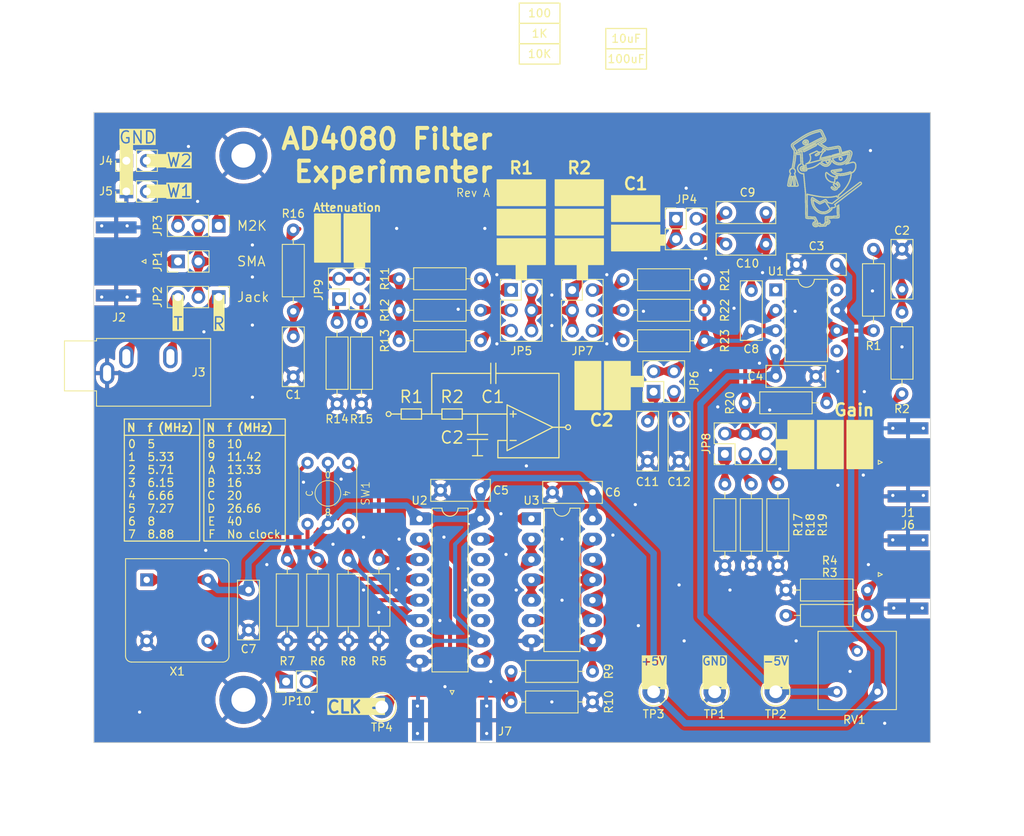
<source format=kicad_pcb>
(kicad_pcb (version 20240108) (generator "pcbnew") (generator_version "8.0")
  (layers (0 "F.Cu" signal) (31 "B.Cu" signal) (34 "B.Paste" user) (35 "F.Paste" user) (36 "B.SilkS" user "B.Silkscreen") (37 "F.SilkS" user "F.Silkscreen") (38 "B.Mask" user) (39 "F.Mask" user) (44 "Edge.Cuts" user))
  (net 0 "")
  (net 1 "Net-(C1-Pad1)")
  (net 2 "GND")
  (net 3 "/V-")
  (net 4 "Net-(J1-In)")
  (net 5 "Net-(JP5-Pad5)")
  (net 6 "Net-(JP8-Pad5)")
  (net 7 "Net-(U2-D0)")
  (net 8 "Net-(JP1-B)")
  (net 9 "Net-(U2-D1)")
  (net 10 "Net-(U2-D2)")
  (net 11 "Net-(U2-D3)")
  (net 12 "Net-(C11-Pad2)")
  (net 13 "Net-(JP5-Pad1)")
  (net 14 "Net-(JP5-Pad3)")
  (net 15 "Net-(JP8-Pad3)")
  (net 16 "Net-(JP8-Pad1)")
  (net 17 "Net-(JP7-Pad2)")
  (net 18 "Net-(JP7-Pad4)")
  (net 19 "Net-(JP7-Pad6)")
  (net 21 "Net-(U2-~{PE})")
  (net 22 "/CLK_1V8")
  (net 24 "Net-(JP10-B)")
  (net 25 "Net-(U2-TC)")
  (net 28 "Net-(U3-Pad11)")
  (net 29 "Net-(JP10-A)")
  (net 30 "Net-(JP4-Pad1)")
  (net 31 "VCC")
  (net 32 "Net-(J2-In)")
  (net 33 "Net-(J3-PadR)")
  (net 34 "Net-(J3-PadT)")
  (net 35 "Net-(J4-Pin_2)")
  (net 36 "Net-(U1A-V-)")
  (net 37 "Net-(U1A-V+)")
  (net 40 "Net-(C2-Pad1)")
  (net 41 "Net-(J5-Pin_2)")
  (net 42 "Net-(J6-In)")
  (net 43 "Net-(JP9-Pad1)")
  (net 44 "Net-(JP9-Pad3)")
  (net 45 "Net-(R3-Pad1)")
  (net 46 "Net-(R9-Pad2)")
  (net 47 "Net-(C10-Pad2)")
  (net 48 "Net-(C9-Pad1)")
  (net 49 "Net-(C10-Pad1)")
  (net 50 "Net-(C12-Pad2)")
  (footprint "Resistor_THT:R_Axial_DIN0207_L6.3mm_D2.5mm_P10.16mm_Horizontal" (layer "F.Cu") (at 105.41 73.024999 180)
    (property "Reference" "R23")
    (property "Value" "R_US")
  )
  (footprint "Connector_Coaxial:SMA_Amphenol_132289_EdgeMount" (layer "F.Cu") (at 130.8 102.2)
    (property "Reference" "J6")
    (property "Value" "Conn_Coaxial")
  )
  (footprint "Resistor_THT:R_Axial_DIN0207_L6.3mm_D2.5mm_P10.16mm_Horizontal" (layer "F.Cu") (at 105.41 69.214997 180)
    (property "Reference" "R22")
    (property "Value" "R_US")
  )
  (footprint "Resistor_THT:R_Axial_DIN0207_L6.3mm_D2.5mm_P10.16mm_Horizontal" (layer "F.Cu") (at 81.28 114.3)
    (property "Reference" "R9")
    (property "Value" "324")
  )
  (footprint "Resistor_THT:R_Axial_DIN0207_L6.3mm_D2.5mm_P10.16mm_Horizontal" (layer "F.Cu") (at 115.57 107.315)
    (property "Reference" "R3")
    (property "Value" "R_US")
  )
  (footprint "Connector_Audio:Jack_3.5mm_CUI_SJ1-3533NG_Horizontal" (layer "F.Cu") (at 30.871 77.062 90)
    (property "Reference" "J3")
    (property "Value" "AudioJack2_Ground")
  )
  (footprint "Capacitor_THT:C_Rect_L7.2mm_W2.5mm_P5.00mm_FKS2_FKP2_MKS2_MKP2" (layer "F.Cu") (at 77.47 91.694 180)
    (property "Reference" "C5")
    (property "Value" "0.1uF")
  )
  (footprint "TestPoint:TestPoint_Keystone_5005-5009_Compact" (layer "F.Cu") (at 65.151 118.745 180)
    (property "Reference" "TP4")
    (property "Value" "TestPoint")
  )
  (footprint "Resistor_THT:R_Axial_DIN0207_L6.3mm_D2.5mm_P10.16mm_Horizontal" (layer "F.Cu") (at 59.562997 80.899002 90)
    (property "Reference" "R14")
    (property "Value" "R_US")
  )
  (footprint "Resistor_THT:R_Axial_DIN0207_L6.3mm_D2.5mm_P10.16mm_Horizontal" (layer "F.Cu") (at 126.492 71.754999 90)
    (property "Reference" "R1")
    (property "Value" "R_US")
  )
  (footprint "Capacitor_THT:C_Rect_L7.2mm_W2.5mm_P5.00mm_FKS2_FKP2_MKS2_MKP2" (layer "F.Cu") (at 130.048 66.595999 90)
    (property "Reference" "C2")
    (property "Value" "C")
  )
  (footprint "Connector_PinHeader_2.54mm:PinHeader_2x02_P2.54mm_Vertical" (layer "F.Cu") (at 99.055 79.379999 90)
    (property "Reference" "JP6")
    (property "Value" "~")
  )
  (footprint "Resistor_THT:R_Axial_DIN0207_L6.3mm_D2.5mm_P10.16mm_Horizontal" (layer "F.Cu") (at 111.252 101.092 90)
    (property "Reference" "R18")
    (property "Value" "R_US")
  )
  (footprint "Capacitor_THT:C_Rect_L7.2mm_W2.5mm_P5.00mm_FKS2_FKP2_MKS2_MKP2" (layer "F.Cu") (at 119.3 77.47 180)
    (property "Reference" "C4")
    (property "Value" "1.0uF")
  )
  (footprint "Connector_Coaxial:SMA_Amphenol_132289_EdgeMount" (layer "F.Cu") (at 32.004 63.119 180)
    (property "Reference" "J2")
    (property "Value" "Conn_Coaxial")
  )
  (footprint "Resistor_THT:R_Axial_DIN0207_L6.3mm_D2.5mm_P10.16mm_Horizontal" (layer "F.Cu") (at 67.31 65.278)
    (property "Reference" "R11")
    (property "Value" "R_US")
  )
  (footprint "Resistor_THT:R_Axial_DIN0207_L6.3mm_D2.5mm_P10.16mm_Horizontal" (layer "F.Cu") (at 53.355 100.315001 -90)
    (property "Reference" "R7")
    (property "Value" "10k")
  )
  (footprint "TestPoint:TestPoint_Keystone_5005-5009_Compact" (layer "F.Cu") (at 106.68 116.84)
    (property "Reference" "TP1")
    (property "Value" "TestPoint")
  )
  (footprint "Resistor_THT:R_Axial_DIN0207_L6.3mm_D2.5mm_P10.16mm_Horizontal" (layer "F.Cu") (at 105.41 65.404997 180)
    (property "Reference" "R21")
    (property "Value" "R_US")
  )
  (footprint "Capacitor_THT:C_Rect_L7.2mm_W2.5mm_P5.00mm_FKS2_FKP2_MKS2_MKP2" (layer "F.Cu") (at 111.252 71.755 90)
    (property "Reference" "C8")
    (property "Value" "C")
  )
  (footprint "Resistor_THT:R_Axial_DIN0207_L6.3mm_D2.5mm_P10.16mm_Horizontal" (layer "F.Cu") (at 62.611 80.899 90)
    (property "Reference" "R15")
    (property "Value" "R_US")
  )
  (footprint "Capacitor_THT:C_Rect_L7.2mm_W2.5mm_P5.00mm_FKS2_FKP2_MKS2_MKP2" (layer "F.Cu") (at 91.44 91.948 180)
    (property "Reference" "C6")
    (property "Value" "0.1uF")
  )
  (footprint "Capacitor_THT:C_Rect_L7.2mm_W2.5mm_P5.00mm_FKS2_FKP2_MKS2_MKP2" (layer "F.Cu") (at 102.235 88.058 90)
    (property "Reference" "C12")
    (property "Value" "C")
  )
  (footprint "Resistor_THT:R_Axial_DIN0207_L6.3mm_D2.5mm_P10.16mm_Horizontal" (layer "F.Cu") (at 54.102 59.182 -90)
    (property "Reference" "R16")
    (property "Value" "R_US")
  )
  (footprint "Capacitor_THT:C_Rect_L7.2mm_W2.5mm_P5.00mm_FKS2_FKP2_MKS2_MKP2" (layer "F.Cu") (at 121.88 63.5 180)
    (property "Reference" "C3")
    (property "Value" "1.0uF")
  )
  (footprint "Resistor_THT:R_Axial_DIN0207_L6.3mm_D2.5mm_P10.16mm_Horizontal" (layer "F.Cu") (at 60.96 100.33 -90)
    (property "Reference" "R8")
    (property "Value" "10k")
  )
  (footprint "Connector_PinHeader_2.54mm:PinHeader_1x02_P2.54mm_Vertical" (layer "F.Cu") (at 53.208 115.57 90)
    (property "Reference" "JP10")
    (property "Value" "Jumper_2_Open")
  )
  (footprint "Resistor_THT:R_Axial_DIN0207_L6.3mm_D2.5mm_P10.16mm_Horizontal" (layer "F.Cu") (at 115.57 104.14)
    (property "Reference" "R4")
    (property "Value" "R_US")
  )
  (footprint "Resistor_THT:R_Axial_DIN0207_L6.3mm_D2.5mm_P10.16mm_Horizontal" (layer "F.Cu") (at 114.554 101.092 90)
    (property "Reference" "R19")
    (property "Value" "R_US")
  )
  (footprint "Connector_PinHeader_2.54mm:PinHeader_2x03_P2.54mm_Vertical" (layer "F.Cu") (at 88.895 66.689997)
    (property "Reference" "JP7")
    (property "Value" "~")
  )
  (footprint "Capacitor_THT:C_Rect_L7.2mm_W2.5mm_P5.00mm_FKS2_FKP2_MKS2_MKP2" (layer "F.Cu") (at 108.077 57.023)
    (property "Reference" "C9")
    (property "Value" "C")
  )
  (footprint "TestPoint:TestPoint_Keystone_5005-5009_Compact" (layer "F.Cu") (at 114.3 116.84)
    (property "Reference" "TP2")
    (property "Value" "TestPoint")
  )
  (footprint "Connector_PinHeader_2.54mm:PinHeader_1x02_P2.54mm_Vertical" (layer "F.Cu") (at 33.274 54.3845 90)
    (property "Reference" "J5")
    (property "Value" "Conn_02x01")
  )
  (footprint "Package_DIP:DIP-14_W7.62mm_LongPads" (layer "F.Cu") (at 83.81 95.25)
    (property "Reference" "U3")
    (property "Value" "74HC04")
  )
  (footprint "Connector_PinHeader_2.54mm:PinHeader_1x02_P2.54mm_Vertical" (layer "F.Cu") (at 33.274 50.546 90)
    (property "Reference" "J4")
    (property "Value" "Conn_02x01")
  )
  (footprint "Resistor_THT:R_Axial_DIN0207_L6.3mm_D2.5mm_P10.16mm_Horizontal" (layer "F.Cu") (at 57.15 100.33 -90)
    (property "Reference" "R6")
    (property "Value" "10k")
  )
  (footprint "MountingHole:MountingHole_3mm_Pad" (layer "F.Cu") (at 47.879 117.856)
    (property "Reference" "H2" (hide yes))
    (property "Value" "MountingHole_Pad")
  )
  (footprint "Resistor_THT:R_Axial_DIN0207_L6.3mm_D2.5mm_P10.16mm_Horizontal" (layer "F.Cu") (at 67.31 73.024997)
    (property "Reference" "R13")
    (property "Value" "R_US")
  )
  (footprint "Connector_PinHeader_2.54mm:PinHeader_2x02_P2.54mm_Vertical" (layer "F.Cu") (at 101.854 57.784999)
    (property "Reference" "JP4")
    (property "Value" "~")
  )
  (footprint "Connector_PinHeader_2.54mm:PinHeader_2x03_P2.54mm_Vertical" (layer "F.Cu") (at 107.95 87.148436 90)
    (property "Reference" "JP8")
    (property "Value" "~")
  )
  (footprint "Resistor_THT:R_Axial_DIN0207_L6.3mm_D2.5mm_P10.16mm_Horizontal" (layer "F.Cu") (at 91.44 118.11 180)
    (property "Reference" "R10")
    (property "Value" "182")
  )
  (footprint "Capacitor_THT:C_Rect_L7.2mm_W2.5mm_P5.00mm_FKS2_FKP2_MKS2_MKP2" (layer "F.Cu") (at 108.077 60.960001)
    (property "Reference" "C10")
    (property "Value" "C")
  )
  (footprint "Oscillator:Oscillator_DIP-8" (layer "F.Cu") (at 35.814 102.87 -90)
    (property "Reference" "X1")
    (property "Value" "CXO_DIP8")
  )
  (footprint "FTC2024:FD01KR16P" (layer "F.Cu") (at 58.42 92.075)
    (property "Reference" "SW1")
    (property "Value" "SW_Coded_SH-7050")
  )
  (footprint "M2k_Colorimeter:Proffessor" (layer "F.Cu") (at 120.1351 60.83805)
    (property "Reference" "REF**" (hide yes))
    (property "Value" "Proffessor")
  )
  (footprint "Capacitor_THT:C_Rect_L7.2mm_W2.5mm_P5.00mm_FKS2_FKP2_MKS2_MKP2" (layer "F.Cu") (at 54.102 72.517 -90)
    (property "Reference" "C1")
    (property "Value" "C")
  )
  (footprint "Connector_PinHeader_2.54mm:PinHeader_1x03_P2.54mm_Vertical" (layer "F.Cu") (at 44.802499 58.674 -90)
    (property "Reference" "JP3")
    (property "Value" "~")
  )
  (footprint "Connector_PinHeader_2.54mm:PinHeader_1x03_P2.54mm_Vertical" (layer "F.Cu") (at 44.8025 67.564 -90)
    (property "Reference" "JP2")
    (property "Value" "~")
  )
  (footprint "Package_DIP:DIP-8_W7.62mm" (layer "F.Cu") (at 114.3 66.674999)
    (property "Reference" "U1")
    (property "Value" "~")
  )
  (footprint "Connector_PinHeader_2.54mm:PinHeader_1x02_P2.54mm_Vertical" (layer "F.Cu") (at 39.722501 63.119 90)
    (property "Reference" "JP1")
    (property "Value" "Jumper_2_Open")
  )
  (footprint "Capacitor_THT:C_Rect_L7.2mm_W2.5mm_P5.00mm_FKS2_FKP2_MKS2_MKP2" (layer "F.Cu") (at 98.298 88.058 90)
    (property "Reference" "C11")
    (property "Value" "C")
  )
  (footprint "MountingHole:MountingHole_3mm_Pad" (layer "F.Cu") (at 47.879 49.911)
    (property "Reference" "H1" (hide yes))
    (property "Value" "MountingHole_Pad")
  )
  (footprint "Capacitor_THT:C_Rect_L7.2mm_W2.5mm_P5.00mm_FKS2_FKP2_MKS2_MKP2" (layer "F.Cu") (at 48.514 104.14 -90)
    (property "Reference" "C7")
    (property "Value" "0.1uF")
  )
  (footprint "Connector_Coaxial:SMA_Amphenol_132289_EdgeMount" (layer "F.Cu") (at 73.914 120.396 -90)
    (property "Reference" "J7")
    (property "Value" "Conn_Coaxial")
  )
  (footprint "Connector_Coaxial:SMA_Amphenol_132289_EdgeMount" (layer "F.Cu") (at 130.8 88.2)
    (property "Reference" "J1")
    (property "Value" "Conn_Coaxial")
  )
  (footprint "Resistor_THT:R_Axial_DIN0207_L6.3mm_D2.5mm_P10.16mm_Horizontal" (layer "F.Cu") (at 130.048 69.469 -90)
    (property "Reference" "R2")
    (property "Value" "R_US")
  )
  (footprint "Resistor_THT:R_Axial_DIN0207_L6.3mm_D2.5mm_P10.16mm_Horizontal" (layer "F.Cu") (at 120.65 80.772 180)
    (property "Reference" "R20")
    (property "Value" "R_US")
  )
  (footprint "Connector_PinHeader_2.54mm:PinHeader_2x02_P2.54mm_Vertical" (layer "F.Cu") (at 59.816998 67.818002 90)
    (property "Reference" "JP9")
    (property "Value" "~")
  )
  (footprint "TestPoint:TestPoint_Keystone_5005-5009_Compact" (layer "F.Cu") (at 99.06 116.84)
    (property "Reference" "TP3")
    (property "Value" "TestPoint")
  )
  (footprint "Potentiometer_THT:Potentiometer_Bourns_3386F_Vertical" (layer "F.Cu") (at 126.999999 116.84 90)
    (property "Reference" "RV1")
    (property "Value" "R_Potentiometer_US")
  )
  (footprint "Resistor_THT:R_Axial_DIN0207_L6.3mm_D2.5mm_P10.16mm_Horizontal" (layer "F.Cu") (at 64.785 100.315001 -90)
    (property "Reference" "R5")
    (property "Value" "10k")
  )
  (footprint "Connector_PinHeader_2.54mm:PinHeader_2x03_P2.54mm_Vertical" (layer "F.Cu") (at 81.28 66.674997)
    (property "Reference" "JP5")
    (property "Value" "~")
  )
  (footprint "Package_DIP:DIP-16_W7.62mm_LongPads" (layer "F.Cu") (at 69.85 95.25)
    (property "Reference" "U2")
    (property "Value" "74LS163")
  )
  (footprint "Resistor_THT:R_Axial_DIN0207_L6.3mm_D2.5mm_P10.16mm_Horizontal" (layer "F.Cu") (at 67.31 69.214997)
    (property "Reference" "R12")
    (property "Value" "R_US")
  )
  (footprint "Resistor_THT:R_Axial_DIN0207_L6.3mm_D2.5mm_P10.16mm_Horizontal" (layer "F.Cu") (at 107.950001 101.091999 90)
    (property "Reference" "R17")
    (property "Value" "R_US")
  )
  (gr_rect (start 82.296 33.401) (end 87.376 35.941) (stroke (width 0.15)) (fill none) (layer "F.SilkS"))
  (gr_line (start 72.644 81.534) (end 72.644 82.804) (stroke (width 0.15)) (layer "F.SilkS"))
  (gr_line (start 77.089 82.169) (end 77.089 84.709) (stroke (width 0.15)) (layer "F.SilkS"))
  (gr_rect (start 114.443401 85.370563) (end 117.618401 86.640563) (stroke (width 0.15)) (fill solid) (layer "F.SilkS"))
  (gr_rect (start 93.091 34.036) (end 98.171 36.576) (stroke (width 0.15)) (fill none) (layer "F.SilkS"))
  (gr_line (start 78.74 75.819) (end 78.74 78.359) (stroke (width 0.15)) (layer "F.SilkS"))
  (gr_line (start 81.534 81.788) (end 81.534 82.55) (stroke (width 0.15)) (layer "F.SilkS"))
  (gr_poly (pts (xy 98.552 61.087001) (xy 98.552 59.817) (xy 100.456999 59.817) (xy 100.457 61.087)) (stroke (width 0.15)) (fill solid) (layer "F.SilkS"))
  (gr_line (start 87.249 77.089) (end 79.375 77.089) (stroke (width 0.15)) (layer "F.SilkS"))
  (gr_rect (start 35.8775 49.784) (end 38.2905 51.308) (stroke (width 0.15)) (fill solid) (layer "F.SilkS"))
  (gr_rect (start 93.091 36.576) (end 98.171 39.116) (stroke (width 0.15)) (fill none) (layer "F.SilkS"))
  (gr_rect (start 95.885 77.47) (end 97.79 78.74) (stroke (width 0.15)) (fill solid) (layer "F.SilkS"))
  (gr_line (start 72.644 82.169) (end 71.374 82.169) (stroke (width 0.15)) (layer "F.SilkS"))
  (gr_rect (start 32.512 48.514) (end 34.036 54.737) (stroke (width 0.15)) (fill solid) (layer "F.SilkS"))
  (gr_line (start 80.772 82.169) (end 77.089 82.169) (stroke (width 0.15)) (layer "F.SilkS"))
  (gr_rect (start 123.19 82.979) (end 126.39 88.979) (stroke (width 0.15)) (fill solid) (layer "F.SilkS"))
  (gr_line (start 70.104 82.804) (end 70.104 82.169) (stroke (width 0.15)) (layer "F.SilkS"))
  (gr_rect (start 79.55 52.934) (end 85.55 56.134) (stroke (width 0.15)) (fill solid) (layer "F.SilkS"))
  (gr_rect (start 86.789 52.934) (end 92.789 56.134) (stroke (width 0.15)) (fill solid) (layer "F.SilkS"))
  (gr_line (start 86.487 83.82) (end 88.092 83.82) (stroke (width 0.15)) (layer "F.SilkS"))
  (gr_rect (start 89.256 75.613) (end 92.456 81.613) (stroke (width 0.15)) (fill solid) (layer "F.SilkS"))
  (gr_line (start 76.454 87.376) (end 77.724 87.376) (stroke (width 0.15)) (layer "F.SilkS"))
  (gr_line (start 71.374 77.089) (end 78.74 77.089) (stroke (width 0.15)) (layer "F.SilkS"))
  (gr_poly (pts (xy 59.968998 63.198002) (xy 56.768999 63.198002) (xy 56.768998 57.198002) (xy 59.968998 57.198002)) (stroke (width 0.15)) (fill solid) (layer "F.SilkS"))
  (gr_line (start 80.772 86.741) (end 86.487 83.82) (stroke (width 0.15)) (layer "F.SilkS"))
  (gr_rect (start 35.8775 53.594) (end 38.2905 55.118) (stroke (width 0.15)) (fill solid) (layer "F.SilkS"))
  (gr_line (start 71.374 82.169) (end 71.374 77.089) (stroke (width 0.15)) (layer "F.SilkS"))
  (gr_line (start 79.375 75.819) (end 79.375 78.359) (stroke (width 0.15)) (layer "F.SilkS"))
  (gr_line (start 72.644 82.804) (end 75.184 82.804) (stroke (width 0.15)) (layer "F.SilkS"))
  (gr_poly (pts (xy 62.991998 63.881002) (xy 61.721998 63.881002) (xy 61.721998 61.468003) (xy 62.991998 61.468002)) (stroke (width 0.15)) (fill solid) (layer "F.SilkS"))
  (gr_line (start 42.941 84.821) (end 53.101 84.821) (stroke (width 0.15)) (layer "F.SilkS"))
  (gr_line (start 86.487 83.82) (end 80.772 81.026) (stroke (width 0.15)) (layer "F.SilkS"))
  (gr_line (start 75.819 85.344) (end 78.359 85.344) (stroke (width 0.15)) (layer "F.SilkS"))
  (gr_poly (pts (xy 63.651999 63.198002) (xy 60.451998 63.198002) (xy 60.451998 57.198002) (xy 63.651998 57.198002)) (stroke (width 0.15)) (fill solid) (layer "F.SilkS"))
  (gr_line (start 79.629 85.471) (end 79.629 87.63) (stroke (width 0.15)) (layer "F.SilkS"))
  (gr_line (start 71.374 82.169) (end 70.104 82.169) (stroke (width 0.15)) (layer "F.SilkS"))
  (gr_line (start 67.564 81.534) (end 67.564 82.804) (stroke (width 0.15)) (layer "F.SilkS"))
  (gr_line (start 70.104 82.169) (end 70.104 81.534) (stroke (width 0.15)) (layer "F.SilkS"))
  (gr_line (start 75.184 81.534) (end 72.644 81.534) (stroke (width 0.15)) (layer "F.SilkS"))
  (gr_line (start 33.02 84.821) (end 42.418 84.821) (stroke (width 0.15)) (layer "F.SilkS"))
  (gr_rect (start 89.535 63.5) (end 90.805 65.405) (stroke (width 0.15)) (fill solid) (layer "F.SilkS"))
  (gr_rect (start 92.939 75.613) (end 96.139 81.613) (stroke (width 0.15)) (fill solid) (layer "F.SilkS"))
  (gr_line (start 87.249 83.82) (end 87.249 77.089) (stroke (width 0.15)) (layer "F.SilkS"))
  (gr_rect (start 93.822 54.915) (end 99.822 58.115) (stroke (width 0.15)) (fill solid) (layer "F.SilkS"))
  (gr_rect (start 33.02 82.789) (end 42.418 98.029) (stroke (width 0.15)) (fill none) (layer "F.SilkS"))
  (gr_line (start 67.564 82.804) (end 70.104 82.804) (stroke (width 0.15)) (layer "F.SilkS"))
  (gr_line (start 81.153 85.471) (end 81.915 85.471) (stroke (width 0.15)) (layer "F.SilkS"))
  (gr_line (start 75.184 82.804) (end 75.184 82.169) (stroke (width 0.15)) (layer "F.SilkS"))
  (gr_line (start 80.772 85.471) (end 79.629 85.471) (stroke (width 0.15)) (layer "F.SilkS"))
  (gr_rect (start 81.915 63.5) (end 83.185 65.405) (stroke (width 0.15)) (fill solid) (layer "F.SilkS"))
  (gr_rect (start 79.55 60.3) (end 85.55 63.5) (stroke (width 0.15)) (fill solid) (layer "F.SilkS"))
  (gr_line (start 77.089 85.344) (end 77.089 87.376) (stroke (width 0.15)) (layer "F.SilkS"))
  (gr_circle (center 88.392 83.82) (end 88.692 83.82) (stroke (width 0.15)) (fill none) (layer "F.SilkS"))
  (gr_poly (pts (xy 115.824 88.979) (xy 115.824 82.979) (xy 119.023999 82.979) (xy 119.024 88.979)) (stroke (width 0.15)) (fill solid) (layer "F.SilkS"))
  (gr_line (start 70.104 81.534) (end 67.564 81.534) (stroke (width 0.15)) (layer "F.SilkS"))
  (gr_line (start 77.089 82.169) (end 75.184 82.169) (stroke (width 0.15)) (layer "F.SilkS"))
  (gr_line (start 87.249 83.8485) (end 87.249 87.63) (stroke (width 0.15)) (layer "F.SilkS"))
  (gr_rect (start 86.789 56.617) (end 92.789 59.817) (stroke (width 0.15)) (fill solid) (layer "F.SilkS"))
  (gr_rect (start 82.296 35.941) (end 87.376 38.481) (stroke (width 0.15)) (fill none) (layer "F.SilkS"))
  (gr_line (start 81.153 82.169) (end 81.915 82.169) (stroke (width 0.15)) (layer "F.SilkS"))
  (gr_line (start 80.772 81.026) (end 80.772 86.741) (stroke (width 0.15)) (layer "F.SilkS"))
  (gr_line (start 75.184 82.169) (end 75.184 81.534) (stroke (width 0.15)) (layer "F.SilkS"))
  (gr_rect (start 119.507 82.979) (end 122.707 88.979) (stroke (width 0.15)) (fill solid) (layer "F.SilkS"))
  (gr_circle (center 65.994 82.169) (end 66.294 82.169) (stroke (width 0.15)) (fill none) (layer "F.SilkS"))
  (gr_rect (start 82.296 30.861) (end 87.376 33.401) (stroke (width 0.15)) (fill none) (layer "F.SilkS"))
  (gr_line (start 67.564 82.169) (end 66.294 82.169) (stroke (width 0.15)) (layer "F.SilkS"))
  (gr_line (start 75.819 84.709) (end 78.359 84.709) (stroke (width 0.15)) (layer "F.SilkS"))
  (gr_rect (start 93.822 58.598) (end 99.822 61.798) (stroke (width 0.15)) (fill solid) (layer "F.SilkS"))
  (gr_rect (start 42.941 82.789) (end 53.101 98.029) (stroke (width 0.15)) (fill none) (layer "F.SilkS"))
  (gr_line (start 79.629 87.63) (end 87.249 87.63) (stroke (width 0.15)) (layer "F.SilkS"))
  (gr_rect (start 86.789 60.3) (end 92.789 63.5) (stroke (width 0.15)) (fill solid) (layer "F.SilkS"))
  (gr_rect (start 79.55 56.617) (end 85.55 59.817) (stroke (width 0.15)) (fill solid) (layer "F.SilkS"))
  (gr_rect (start 29.21 44.521) (end 133.604 123.19) (stroke (width 0.1)) (fill none) (layer "Edge.Cuts"))
  (gr_text "W1" (at 39.878 54.356 0) (layer "F.SilkS" knockout) (effects (font (size 1.5 1.5) (thickness 0.1875))))
  (gr_text "R2" (at 73.914 80.899 0) (layer "F.SilkS") (effects (font (size 1.5 1.5) (thickness 0.1875)) (justify bottom)))
  (gr_text "0\n1\n2\n3\n4\n5\n6\n7" (at 34.544 85.329 0) (layer "F.SilkS") (effects (font (size 1 1)) (justify right top)))
  (gr_text "GND\n\n -" (at 106.68 116.84 0) (layer "F.SilkS" knockout) (effects (font (size 1 1) (thickness 0.175) (bold yes)) (justify bottom)))
  (gr_text "100" (at 84.836 32.131 0) (layer "F.SilkS") (effects (font (size 1 1))))
  (gr_text "CLK -" (at 65.786 118.745 0) (layer "F.SilkS" knockout) (effects (font (size 1.5 1.5) (thickness 0.3) (bold yes)) (justify right)))
  (gr_text "f (MHz)" (at 45.735 83.297 0) (layer "F.SilkS") (effects (font (size 1 1) (thickness 0.2) (bold yes)) (justify left top)))
  (gr_text "W2" (at 39.878 50.546 0) (layer "F.SilkS" knockout) (effects (font (size 1.5 1.5) (thickness 0.1875))))
  (gr_text "-5V\n\n -" (at 114.3 116.84 0) (layer "F.SilkS" knockout) (effects (font (size 1 1) (thickness 0.175)) (justify bottom)))
  (gr_text "R2" (at 89.789 52.324 0) (layer "F.SilkS") (effects (font (size 1.5 1.5) (thickness 0.3) (bold yes)) (justify bottom)))
  (gr_text "C2" (at 73.914 85.979 0) (layer "F.SilkS") (effects (font (size 1.5 1.5) (thickness 0.1875)) (justify bottom)))
  (gr_text "N" (at 44.465 83.297 0) (layer "F.SilkS") (effects (font (size 1 1) (thickness 0.2) (bold yes)) (justify right top)))
  (gr_text "Jack" (at 46.99 67.564 0) (layer "F.SilkS") (effects (font (size 1.2 1.2)) (justify left)))
  (gr_text "1K" (at 84.836 34.671 0) (layer "F.SilkS") (effects (font (size 1 1))))
  (gr_text "100uF" (at 95.631 37.846 0) (layer "F.SilkS") (effects (font (size 1 1))))
  (gr_text "C1" (at 96.822 54.305 0) (layer "F.SilkS") (effects (font (size 1.5 1.5) (thickness 0.3) (bold yes)) (justify bottom)))
  (gr_text "5\n5.33\n5.71\n6.15\n6.66\n7.27\n8\n8.88" (at 35.814 85.329 0) (layer "F.SilkS") (effects (font (size 1 1)) (justify left top)))
  (gr_text "SMA" (at 46.99 63.119 0) (layer "F.SilkS") (effects (font (size 1.2 1.2)) (justify left)))
  (gr_text "f (MHz)" (at 35.814 83.297 0) (layer "F.SilkS") (effects (font (size 1 1) (thickness 0.2) (bold yes)) (justify left top)))
  (gr_text "M2K" (at 46.99 58.674 0) (layer "F.SilkS") (effects (font (size 1.2 1.2)) (justify left)))
  (gr_text "R1" (at 82.55 52.324 0) (layer "F.SilkS") (effects (font (size 1.5 1.5) (thickness 0.3) (bold yes)) (justify bottom)))
  (gr_text "Attenuation" (at 60.833 56.388 0) (layer "F.SilkS") (effects (font (size 1 1) (thickness 0.2) (bold yes))))
  (gr_text "+5V\n \n -" (at 99.06 116.84 0) (layer "F.SilkS" knockout) (effects (font (size 1 1) (thickness 0.175)) (justify bottom)))
  (gr_text "R1" (at 68.834 80.899 0) (layer "F.SilkS") (effects (font (size 1.5 1.5) (thickness 0.1875)) (justify bottom)))
  (gr_text "`\nT" (at 39.722501 67.563 0) (layer "F.SilkS" knockout) (effects (font (size 1.5 1.5) (thickness 0.1875)) (justify top)))
  (gr_text "8\n9\nA\nB\nC\nD\nE\nF" (at 44.465 85.329 0) (layer "F.SilkS") (effects (font (size 1 1)) (justify right top)))
  (gr_text "N" (at 34.544 83.297 0) (layer "F.SilkS") (effects (font (size 1 1) (thickness 0.2) (bold yes)) (justify right top)))
  (gr_text "10K" (at 84.836 37.211 0) (layer "F.SilkS") (effects (font (size 1 1))))
  (gr_text "10uF" (at 95.631 35.306 0) (layer "F.SilkS") (effects (font (size 1 1))))
  (gr_text "C1" (at 78.994 80.899 0) (layer "F.SilkS") (effects (font (size 1.5 1.5) (thickness 0.1875)) (justify bottom)))
  (gr_text "AD4080 Filter\nExperimenter" (at 79.248 46.355 0) (layer "F.SilkS") (effects (font (size 2.54 2.54) (thickness 0.508) (bold yes)) (justify right top)))
  (gr_text "10\n11.42\n13.33\n16\n20\n26.66\n40\nNo clock" (at 45.735 85.329 0) (layer "F.SilkS") (effects (font (size 1 1)) (justify left top)))
  (gr_text "Gain" (at 126.746 81.661 0) (layer "F.SilkS") (effects (font (size 1.5 1.5) (thickness 0.3) (bold yes)) (justify right)))
  (gr_text "C2" (at 92.583 82.931 0) (layer "F.SilkS") (effects (font (size 1.5 1.5) (thickness 0.3) (bold yes))))
  (gr_text "GND" (at 32.258 48.514 0) (layer "F.SilkS" knockout) (effects (font (size 1.5 1.5) (thickness 0.1875)) (justify left bottom)))
  (gr_text "`\nR" (at 44.8025 67.564 0) (layer "F.SilkS" knockout) (effects (font (size 1.5 1.5) (thickness 0.1875)) (justify top)))
  (gr_text "Rev A" (at 78.74 53.975 0) (layer "F.SilkS") (effects (font (size 1 1) (thickness 0.125)) (justify right top)))
  (segment (start 59.816998 65.278002) (end 62.356998 65.278002) (width 0.5) (layer "F.Cu") (net 1))
  (segment (start 54.102 69.342) (end 54.102 72.517) (width 0.5) (layer "F.Cu") (net 1))
  (segment (start 67.31 69.214997) (end 67.31 65.404997) (width 0.5) (layer "F.Cu") (net 1))
  (segment (start 67.31 73.024997) (end 67.31 69.214997) (width 0.5) (layer "F.Cu") (net 1))
  (segment (start 59.816998 65.278002) (end 58.165998 65.278002) (width 0.5) (layer "F.Cu") (net 1))
  (segment (start 62.356998 65.278002) (end 67.309998 65.278002) (width 0.5) (layer "F.Cu") (net 1))
  (segment (start 58.165998 65.278002) (end 54.102 69.342) (width 0.5) (layer "F.Cu") (net 1))
  (via (at 126.365 66.802) (size 0.8) (drill 0.4) (layers "F.Cu" "B.Cu") (net 2))
  (via (at 93.218 73.406) (size 0.8) (drill 0.4) (layers "F.Cu" "B.Cu") (net 2))
  (via (at 50.8 100.965) (size 0.8) (drill 0.4) (layers "F.Cu" "B.Cu") (net 2))
  (via (at 34.925 119.38) (size 0.8) (drill 0.4) (layers "F.Cu" "B.Cu") (net 2))
  (via (at 79.502 64.77) (size 0.8) (drill 0.4) (layers "F.Cu" "B.Cu") (net 2))
  (via (at 79.502 73.406) (size 0.8) (drill 0.4) (layers "F.Cu" "B.Cu") (net 2))
  (via (at 86.36 118.11) (size 0.8) (drill 0.4) (layers "F.Cu" "B.Cu") (net 2))
  (via (at 33.3725 58.674) (size 0.8) (drill 0.4) (layers "F.Cu" "B.Cu") (net 2))
  (via (at 112.649 64.516) (size 0.8) (drill 0.4) (layers "F.Cu" "B.Cu") (net 2))
  (via (at 108.585 104.14) (size 0.8) (drill 0.4) (layers "F.Cu" "B.Cu") (net 2))
  (via (at 78.74 115.57) (size 0.8) (drill 0.4) (layers "F.Cu" "B.Cu") (net 2))
  (via (at 87.63 105.41) (size 0.8) (drill 0.4) (layers "F.Cu" "B.Cu") (net 2))
  (via (at 128.905 83.947) (size 0.8) (drill 0.4) (layers "F.Cu" "B.Cu") (net 2))
  (via (at 49 80.064) (size 0.8) (drill 0.4) (layers "F.Cu" "B.Cu") (net 2))
  (via (at 49 65.064) (size 0.8) (drill 0.4) (layers "F.Cu" "B.Cu") (net 2))
  (via (at 59.055 98.425) (size 0.8) (drill 0.4) (layers "F.Cu" "B.Cu") (net 2))
  (via (at 122.047 91.059) (size 0.8) (drill 0.4) (layers "F.Cu" "B.Cu") (net 2))
  (via (at 112.268 75.819) (size 0.8) (drill 0.4) (layers "F.Cu" "B.Cu") (net 2))
  (via (at 97.79 69.342) (size 0.8) (drill 0.4) (layers "F.Cu" "B.Cu") (net 2))
  (via (at 62.865 97.536) (size 0.8) (drill 0.4) (layers "F.Cu" "B.Cu") (net 2))
  (via (at 67.183 101.473) (size 0.8) (drill 0.4) (layers "F.Cu" "B.Cu") (net 2))
  (via (at 80.645 99.695) (size 0.8) (drill 0.4) (layers "F.Cu" "B.Cu") (net 2))
  (via (at 97.155 108.585) (size 0.8) (drill 0.4) (layers "F.Cu" "B.Cu") (net 2))
  (via (at 72.39 107.95) (size 0.8) (drill 0.4) (layers "F.Cu" "B.Cu") (net 2))
  (via (at 132.705 97.882) (size 0.8) (drill 0.4) (layers "F.Cu" "B.Cu") (net 2))
  (via (at 42.949397 71.905397) (size 0.8) (drill 0.4) (layers "F.Cu" "B.Cu") (net 2))
  (via (at 96.774 93.472) (size 0.8) (drill 0.4) (layers "F.Cu" "B.Cu") (net 2))
  (via (at 30.1975 58.674) (size 0.8) (drill 0.4) (layers "F.Cu" "B.Cu") (net 2))
  (via (at 116.713 69.342) (size 0.8) (drill 0.4) (layers "F.Cu" "B.Cu") (net 2))
  (via (at 105.537 62.738) (size 0.8) (drill 0.4) (layers "F.Cu" "B.Cu") (net 2))
  (via (at 122.047 76.835) (size 0.8) (drill 0.4) (layers "F.Cu" "B.Cu") (net 2))
  (via (at 60.071 90.297) (size 0.8) (drill 0.4) (layers "F.Cu" "B.Cu") (net 2))
  (via (at 125.222 89.789) (size 0.8) (drill 0.4) (layers "F.Cu" "B.Cu") (net 2))
  (via (at 69.596 122.047) (size 0.8) (drill 0.4) (layers "F.Cu" "B.Cu") (net 2))
  (via (at 33.3725 67.564) (size 0.8) (drill 0.4) (layers "F.Cu" "B.Cu") (net 2))
  (via (at 78 59) (size 0.8) (drill 0.4) (layers "F.Cu" "B.Cu") (net 2))
  (via (at 66.929 104.14) (size 0.8) (drill 0.4) (layers "F.Cu" "B.Cu") (net 2))
  (via (at 109.093 68.961) (size 0.8) (drill 0.4) (layers "F.Cu" "B.Cu") (net 2))
  (via (at 49 71.064) (size 0.8) (drill 0.4) (layers "F.Cu" "B.Cu") (net 2))
  (via (at 126.111 49.276) (size 0.8) (drill 0.4) (layers "F.Cu" "B.Cu") (net 2))
  (via (at 128.895 97.882) (size 0.8) (drill 0.4) (layers "F.Cu" "B.Cu") (net 2))
  (via (at 86.36 71.12) (size 0.8) (drill 0.4) (layers "F.Cu" "B.Cu") (net 2))
  (via (at 128.905 92.329) (size 0.8) (drill 0.4) (layers "F.Cu" "B.Cu") (net 2))
  (via (at 78.232 118.618) (size 0.8) (drill 0.4) (layers "F.Cu" "B.Cu") (net 2))
  (via (at 113.538 81.661) (size 0.8) (drill 0.4) (layers "F.Cu" "B.Cu") (net 2))
  (via (at 67.31 97.79) (size 0.8) (drill 0.4) (layers "F.Cu" "B.Cu") (net 2))
  (via (at 132.715 92.329) (size 0.8) (drill 0.4) (layers "F.Cu" "B.Cu") (net 2))
  (via (at 72.898 97.536) (size 0.8) (drill 0.4) (layers "F.Cu" "B.Cu") (net 2))
  (via (at 102.235 103.505) (size 0.8) (drill 0.4) (layers "F.Cu" "B.Cu") (net 2))
  (via (at 43.18 99.187) (size 0.8) (drill 0.4) (layers "F.Cu" "B.Cu") (net 2))
  (via (at 69.596 118.618) (size 0.8) (drill 0.4) (layers "F.Cu" "B.Cu") (net 2))
  (via (at 93.218 64.77) (size 0.8) (drill 0.4) (layers "F.Cu" "B.Cu") (net 2))
  (via (at 114.808 89.027) (size 0.8) (drill 0.4) (layers "F.Cu" "B.Cu") (net 2))
  (via (at 81.915 104.14) (size 0.8) (drill 0.4) (layers "F.Cu" "B.Cu") (net 2))
  (via (at 87.63 97.79) (size 0.8) (drill 0.4) (layers "F.Cu" "B.Cu") (net 2))
  (via (at 86.36 67.31) (size 0.8) (drill 0.4) (layers "F.Cu" "B.Cu") (net 2))
  (via (at 30.1975 67.564) (size 0.8) (drill 0.4) (layers "F.Cu" "B.Cu") (net 2))
  (via (at 55.372 90.678) (size 0.8) (drill 0.4) (layers "F.Cu" "B.Cu") (net 2))
  (via (at 116.84 110.49) (size 0.8) (drill 0.4) (layers "F.Cu" "B.Cu") (net 2))
  (via (at 93.98 97.282) (size 0.8) (drill 0.4) (layers "F.Cu" "B.Cu") (net 2))
  (via (at 103.124 53.975) (size 0.8) (drill 0.4) (layers "F.Cu" "B.Cu") (net 2))
  (via (at 67 59) (size 0.8) (drill 0.4) (layers "F.Cu" "B.Cu") (net 2))
  (via (at 80.01 94.615) (size 0.8) (drill 0.4) (layers "F.Cu" "B.Cu") (net 2))
  (via (at 125.857 100.965) (size 0.8) (drill 0.4) (layers "F.Cu" "B.Cu") (net 2))
  (via (at 132.715 83.947) (size 0.8) (drill 0.4) (layers "F.Cu" "B.Cu") (net 2))
  (via (at 107.061 81.28) (size 0.8) (drill 0.4) (layers "F.Cu" "B.Cu") (net 2))
  (via (at 102.87 110.49) (size 0.8) (drill 0.4) (layers "F.Cu" "B.Cu") (net 2))
  (via (at 106.172 76.708) (size 0.8) (drill 0.4) (layers "F.Cu" "B.Cu") (net 2))
  (via (at 130.048 73.787) (size 0.8) (drill 0.4) (layers "F.Cu" "B.Cu") (net 2))
  (via (at 78.232 122.047) (size 0.8) (drill 0.4) (layers "F.Cu" "B.Cu") (net 2))
  (via (at 123.571 114.3) (size 0.8) (drill 0.4) (layers "F.Cu" "B.Cu") (net 2))
  (via (at 41.021 48.768) (size 0.8) (drill 0.4) (layers "F.Cu" "B.Cu") (net 2))
  (via (at 125.349 79.375) (size 0.8) (drill 0.4) (layers "F.Cu" "B.Cu") (net 2))
  (via (at 42.164 55.626) (size 0.8) (drill 0.4) (layers "F.Cu" "B.Cu") (net 2))
  (via (at 49 61.064) (size 0.8) (drill 0.4) (layers "F.Cu" "B.Cu") (net 2))
  (via (at 127.889 120.777) (size 0.8) (drill 0.4) (layers "F.Cu" "B.Cu") (net 2))
  (via (at 83.185 88.646) (size 0.8) (drill 0.4) (layers "F.Cu" "B.Cu") (net 2))
  (via (at 73.025 116.205) (size 0.8) (drill 0.4) (layers "F.Cu" "B.Cu") (net 2))
  (via (at 132.578 106.391) (size 0.8) (drill 0.4) (layers "F.Cu" "B.Cu") (net 2))
  (via (at 64.77 106.934) (size 0.8) (drill 0.4) (layers "F.Cu" "B.Cu") (net 2))
  (via (at 74.676 69.088) (size 0.8) (drill 0.4) (layers "F.Cu" "B.Cu") (net 2))
  (via (at 56.515 119.38) (size 0.8) (drill 0.4) (layers "F.Cu" "B.Cu") (net 2))
  (via (at 129.022 106.391) (size 0.8) (drill 0.4) (layers "F.Cu" "B.Cu") (net 2))
  (via (at 75.565 104.14) (size 0.8) (drill 0.4) (layers "F.Cu" "B.Cu") (net 2))
  (via (at 62.865 104.14) (size 0.8) (drill 0.4) (layers "F.Cu" "B.Cu") (net 2))
  (segment (start 114.3 77.47) (end 114.3 74.294999) (width 0.8) (layer "B.Cu") (net 3))
  (segment (start 108.331 77.47) (end 114.3 77.47) (width 0.8) (layer "B.Cu") (net 3))
  (segment (start 114.3 116.84) (end 121.92 116.84) (width 0.8) (layer "B.Cu") (net 3))
  (segment (start 104.902 80.899) (end 108.331 77.47) (width 0.8) (layer "B.Cu") (net 3))
  (segment (start 114.3 116.84) (end 104.902 107.442) (width 0.8) (layer "B.Cu") (net 3))
  (segment (start 104.902 107.442) (end 104.902 80.899) (width 0.8) (layer "B.Cu") (net 3))
  (segment (start 130.048 79.629) (end 127.127 82.55) (width 0.5) (layer "F.Cu") (net 4))
  (segment (start 127.127 82.55) (end 127.127 86.487) (width 0.5) (layer "F.Cu") (net 4))
  (segment (start 127.127 86.487) (end 128.810004 88.170004) (width 0.5) (layer "F.Cu") (net 4))
  (segment (start 77.47 73.025) (end 78.740003 71.754997) (width 0.5) (layer "F.Cu") (net 5))
  (segment (start 78.740003 71.754997) (end 81.28 71.754997) (width 0.5) (layer "F.Cu") (net 5))
  (segment (start 113.03 87.148436) (end 113.03 89.408) (width 0.5) (layer "F.Cu") (net 6))
  (segment (start 113.03 89.408) (end 114.554 90.932) (width 0.5) (layer "F.Cu") (net 6))
  (segment (start 60.96 88.392) (end 64.785 92.217) (width 0.5) (layer "F.Cu") (net 7))
  (segment (start 64.785 92.217) (end 64.785 100.315001) (width 0.5) (layer "F.Cu") (net 7))
  (segment (start 64.8 100.33) (end 69.85 100.33) (width 0.5) (layer "F.Cu") (net 7))
  (segment (start 42.262501 63.119) (end 50.8 63.119) (width 0.5) (layer "F.Cu") (net 8))
  (segment (start 50.8 63.119) (end 54.864 59.055) (width 0.5) (layer "F.Cu") (net 8))
  (segment (start 42.2625 67.564) (end 42.2625 63.119) (width 0.5) (layer "F.Cu") (net 8))
  (segment (start 42.2625 63.119) (end 42.2625 58.688999) (width 0.5) (layer "F.Cu") (net 8))
  (segment (start 57.15 100.33) (end 59.556103 102.736103) (width 0.5) (layer "F.Cu") (net 9))
  (segment (start 55.88 99.06) (end 57.15 100.33) (width 0.5) (layer "F.Cu") (net 9))
  (segment (start 69.716103 102.736103) (end 69.85 102.87) (width 0.5) (layer "F.Cu") (net 9))
  (segment (start 59.556103 102.736103) (end 69.716103 102.736103) (width 0.5) (layer "F.Cu") (net 9))
  (segment (start 55.88 95.885) (end 55.88 99.06) (width 0.5) (layer "F.Cu") (net 9))
  (segment (start 53.355 100.315001) (end 58.449999 105.41) (width 0.5) (layer "F.Cu") (net 10))
  (segment (start 53.355 100.315001) (end 53.355 90.79) (width 0.5) (layer "F.Cu") (net 10))
  (segment (start 58.449999 105.41) (end 69.85 105.41) (width 0.5) (layer "F.Cu") (net 10))
  (segment (start 53.355 90.79) (end 55.88 88.265) (width 0.5) (layer "F.Cu") (net 10))
  (segment (start 60.96 100.3) (end 60.975 100.315) (width 0.5) (layer "F.Cu") (net 11))
  (segment (start 60.96 95.885) (end 60.96 100.33) (width 0.5) (layer "F.Cu") (net 11))
  (segment (start 60.96 100.33) (end 68.58 107.95) (width 0.5) (layer "B.Cu") (net 11))
  (segment (start 68.58 107.95) (end 69.85 107.95) (width 0.5) (layer "B.Cu") (net 11))
  (segment (start 98.298 83.058) (end 99.055 82.301) (width 0.5) (layer "F.Cu") (net 12))
  (segment (start 99.055 82.301) (end 99.055 79.379999) (width 0.5) (layer "F.Cu") (net 12))
  (segment (start 78.739997 66.674997) (end 81.28 66.674997) (width 0.5) (layer "F.Cu") (net 13))
  (segment (start 77.47 65.405) (end 78.739997 66.674997) (width 0.5) (layer "F.Cu") (net 13))
  (segment (start 78.105 69.215) (end 78.74 69.215) (width 0.5) (layer "F.Cu") (net 14))
  (segment (start 78.740003 69.214997) (end 81.28 69.214997) (width 0.5) (layer "F.Cu") (net 14))
  (segment (start 78.74 69.215) (end 78.740003 69.214997) (width 0.5) (layer "F.Cu") (net 14))
  (segment (start 110.49 90.17) (end 111.252 90.932) (width 0.5) (layer "F.Cu") (net 15))
  (segment (start 110.49 87.148436) (end 110.49 90.17) (width 0.5) (layer "F.Cu") (net 15))
  (segment (start 107.950001 87.148437) (end 107.95 87.148436) (width 0.5) (layer "F.Cu") (net 16))
  (segment (start 107.950001 90.931999) (end 107.950001 87.148437) (width 0.5) (layer "F.Cu") (net 16))
  (segment (start 93.965003 66.689997) (end 91.435 66.689997) (width 0.5) (layer "F.Cu") (net 17))
  (segment (start 95.25 65.405) (end 93.965003 66.689997) (width 0.5) (layer "F.Cu") (net 17))
  (segment (start 91.44 69.215) (end 92.075 69.215) (width 0.5) (layer "F.Cu") (net 18))
  (segment (start 92.075003 69.214997) (end 95.25 69.214997) (width 0.5) (layer "F.Cu") (net 18))
  (segment (start 92.075 69.215) (end 92.075003 69.214997) (width 0.5) (layer "F.Cu") (net 18))
  (segment (start 95.25 73.025) (end 93.994997 71.769997) (width 0.5) (layer "F.Cu") (net 19))
  (segment (start 93.994997 71.769997) (end 91.435 71.769997) (width 0.5) (layer "F.Cu") (net 19))
  (segment (start 83.81 97.79) (end 83.81 100.329999) (width 0.5) (layer "F.Cu") (net 21))
  (segment (start 80.645 103.494999) (end 83.81 100.329999) (width 0.5) (layer "F.Cu") (net 21))
  (segment (start 80.645 109.855) (end 80.645 103.494999) (width 0.5) (layer "F.Cu") (net 21))
  (segment (start 77.47 113.03) (end 80.645 109.855) (width 0.5) (layer "F.Cu") (net 21))
  (segment (start 81.28 114.3) (end 81.28 118.11) (width 0.5) (layer "F.Cu") (net 22))
  (segment (start 66.675 117.221) (end 72.517 117.221) (width 0.5) (layer "F.Cu") (net 22))
  (segment (start 80.480001 117.310001) (end 75.221999 117.310001) (width 0.5) (layer "F.Cu") (net 22))
  (segment (start 73.914 118.618) (end 73.914 120.396) (width 0.5) (layer "F.Cu") (net 22))
  (segment (start 65.151 118.745) (end 66.675 117.221) (width 0.5) (layer "F.Cu") (net 22))
  (segment (start 72.517 117.221) (end 73.914 118.618) (width 0.5) (layer "F.Cu") (net 22))
  (segment (start 81.28 118.11) (end 80.480001 117.310001) (width 0.5) (layer "F.Cu") (net 22))
  (segment (start 75.221999 117.310001) (end 73.914 118.618) (width 0.5) (layer "F.Cu") (net 22))
  (segment (start 55.875 115.443) (end 71.247 115.443) (width 0.5) (layer "F.Cu") (net 24))
  (segment (start 55.748 115.57) (end 55.875 115.443) (width 0.5) (layer "F.Cu") (net 24))
  (segment (start 71.247 115.443) (end 73.66 113.03) (width 0.5) (layer "F.Cu") (net 24))
  (segment (start 73.66 101.6) (end 69.85 97.79) (width 0.5) (layer "F.Cu") (net 24))
  (segment (start 73.66 113.03) (end 73.66 101.6) (width 0.5) (layer "F.Cu") (net 24))
  (segment (start 81.915 95.25) (end 79.375 97.79) (width 0.5) (layer "F.Cu") (net 25))
  (segment (start 83.81 95.25) (end 81.915 95.25) (width 0.5) (layer "F.Cu") (net 25))
  (segment (start 79.375 97.79) (end 77.47 97.79) (width 0.5) (layer "F.Cu") (net 25))
  (segment (start 91.43 97.79) (end 89.78 99.44) (width 0.5) (layer "F.Cu") (net 28))
  (segment (start 89.78 99.44) (end 89.78 101.22) (width 0.5) (layer "F.Cu") (net 28))
  (segment (start 83.81 102.87) (end 91.43 102.87) (width 0.5) (layer "F.Cu") (net 28))
  (segment (start 83.81 105.41) (end 83.81 102.87) (width 0.5) (layer "F.Cu") (net 28))
  (segment (start 89.78 104.52) (end 89.78 106.3) (width 0.5) (layer "F.Cu") (net 28))
  (segment (start 91.43 102.87) (end 89.78 104.52) (width 0.5) (layer "F.Cu") (net 28))
  (segment (start 89.78 101.22) (end 91.43 102.87) (width 0.5) (layer "F.Cu") (net 28))
  (segment (start 89.78 106.3) (end 91.43 107.95) (width 0.5) (layer "F.Cu") (net 28))
  (segment (start 50.668 113.03) (end 53.208 115.57) (width 0.5) (layer "F.Cu") (net 29))
  (segment (start 43.434 110.49) (end 45.974 113.03) (width 0.5) (layer "F.Cu") (net 29))
  (segment (start 45.974 113.03) (end 50.668 113.03) (width 0.5) (layer "F.Cu") (net 29))
  (segment (start 88.895 69.229997) (end 88.895 66.689997) (width 0.5) (layer "F.Cu") (net 30))
  (segment (start 83.82 69.215) (end 84.455 69.215) (width 0.5) (layer "F.Cu") (net 30))
  (segment (start 99.313999 62.865) (end 92.719998 62.865) (width 0.5) (layer "F.Cu") (net 30))
  (segment (start 83.82 69.214997) (end 83.82 66.674997) (width 0.5) (layer "F.Cu") (net 30))
  (segment (start 84.455 69.215) (end 84.469997 69.229997) (width 0.5) (layer "F.Cu") (net 30))
  (segment (start 83.82 71.754997) (end 83.82 69.214997) (width 0.5) (layer "F.Cu") (net 30))
  (segment (start 101.854 57.784999) (end 101.854 60.324999) (width 0.5) (layer "F.Cu") (net 30))
  (segment (start 88.895 71.769996) (end 88.895 69.229997) (width 0.5) (layer "F.Cu") (net 30))
  (segment (start 92.587999 62.996999) (end 92.719998 62.865) (width 0.5) (layer "F.Cu") (net 30))
  (segment (start 84.469997 69.229997) (end 88.895 69.229997) (width 0.5) (layer "F.Cu") (net 30))
  (segment (start 101.854 60.324999) (end 99.313999 62.865) (width 0.5) (layer "F.Cu") (net 30))
  (segment (start 92.587999 62.996999) (end 88.895 66.689997) (width 0.5) (layer "F.Cu") (net 30))
  (segment (start 35.814 102.87) (end 43.434 102.87) (width 0.5) (layer "F.Cu") (net 31))
  (segment (start 99.06 99.568) (end 99.06 116.84) (width 0.8) (layer "B.Cu") (net 31))
  (segment (start 60.706 93.599) (end 68.199 93.599) (width 0.8) (layer "B.Cu") (net 31))
  (segment (start 123.062999 120.777) (end 126.999999 116.84) (width 0.8) (layer "B.Cu") (net 31))
  (segment (start 51.054 98.171) (end 56.134 98.171) (width 0.8) (layer "B.Cu") (net 31))
  (segment (start 123.444 65.064) (end 121.88 63.5) (width 0.8) (layer "B.Cu") (net 31))
  (segment (start 77.47 95.25) (end 74.295 98.425) (width 0.5) (layer "B.Cu") (net 31))
  (segment (start 48.514 104.14) (end 44.704 104.14) (width 0.8) (layer "B.Cu") (net 31))
  (segment (start 126.999999 116.84) (end 126.999999 111.505999) (width 0.8) (layer "B.Cu") (net 31))
  (segment (start 102.997 120.777) (end 123.062999 120.777) (width 0.8) (layer "B.Cu") (net 31))
  (segment (start 69.85 95.25) (end 77.47 95.25) (width 0.8) (layer "B.Cu") (net 31))
  (segment (start 58.42 95.885) (end 60.706 93.599) (width 0.8) (layer "B.Cu") (net 31))
  (segment (start 44.704 104.14) (end 43.434 102.87) (width 0.8) (layer "B.Cu") (net 31))
  (segment (start 68.199 93.599) (end 69.85 95.25) (width 0.8) (layer "B.Cu") (net 31))
  (segment (start 58.42 95.885) (end 58.42 88.265) (width 0.5) (layer "B.Cu") (net 31))
  (segment (start 99.06 116.84) (end 102.997 120.777) (width 0.8) (layer "B.Cu") (net 31))
  (segment (start 123.444 67.690999) (end 123.444 65.064) (width 0.8) (layer "B.Cu") (net 31))
  (segment (start 89.662 90.17) (end 78.994 90.17) (width 0.8) (layer "B.Cu") (net 31))
  (segment (start 77.47 91.694) (end 77.47 95.25) (width 0.8) (layer "B.Cu") (net 31))
  (segment (start 91.44 91.948) (end 89.662 90.17) (width 0.8) (layer "B.Cu") (net 31))
  (segment (start 56.134 98.171) (end 58.42 95.885) (width 0.8) (layer "B.Cu") (net 31))
  (segment (start 74.295 98.425) (end 74.295 107.315) (width 0.5) (layer "B.Cu") (net 31))
  (segment (start 123.698 70.992999) (end 123.698 108.204) (width 0.8) (layer "B.Cu") (net 31))
  (segment (start 74.295 107.315) (end 77.47 110.49) (width 0.5) (layer "B.Cu") (net 31))
  (segment (start 91.44 91.948) (end 99.06 99.568) (width 0.8) (layer "B.Cu") (net 31))
  (segment (start 121.92 69.214999) (end 123.444 67.690999) (width 0.8) (layer "B.Cu") (net 31))
  (segment (start 78.994 90.17) (end 77.47 91.694) (width 0.8) (layer "B.Cu") (net 31))
  (segment (start 69.85 110.49) (end 77.47 110.49) (width 0.5) (layer "B.Cu") (net 31))
  (segment (start 126.999999 111.505999) (end 123.698 108.204) (width 0.8) (layer "B.Cu") (net 31))
  (segment (start 48.514 100.711) (end 51.054 98.171) (width 0.8) (layer "B.Cu") (net 31))
  (segment (start 91.44 91.948) (end 91.44 95.24) (width 0.8) (layer "B.Cu") (net 31))
  (segment (start 121.92 69.214999) (end 123.698 70.992999) (width 0.8) (layer "B.Cu") (net 31))
  (segment (start 48.514 104.14) (end 48.514 100.711) (width 0.8) (layer "B.Cu") (net 31))
  (segment (start 39.722501 63.119) (end 31.75 63.119) (width 0.5) (layer "F.Cu") (net 32))
  (segment (start 38.771 75.062) (end 38.771 73.5955) (width 0.5) (layer "F.Cu") (net 33))
  (segment (start 44.8025 67.564) (end 44.8025 68.2275) (width 0.5) (layer "F.Cu") (net 33))
  (segment (start 38.771 73.5955) (end 44.8025 67.564) (width 0.5) (layer "F.Cu") (net 33))
  (segment (start 39.7225 67.564) (end 33.271 74.0155) (width 0.5) (layer "F.Cu") (net 34))
  (segment (start 35.814 50.546) (end 40.386 50.546) (width 0.5) (layer "F.Cu") (net 35))
  (segment (start 40.386 50.546) (end 44.802499 54.962499) (width 0.5) (layer "F.Cu") (net 35))
  (segment (start 44.802499 54.962499) (end 44.802499 58.674) (width 0.5) (layer "F.Cu") (net 35))
  (segment (start 110.49 75.565) (end 110.49 80.772) (width 0.5) (layer "F.Cu") (net 36))
  (segment (start 110.49 84.608436) (end 110.49 80.772) (width 0.5) (layer "F.Cu") (net 36))
  (segment (start 114.3 69.214999) (end 112.776 70.738999) (width 0.5) (layer "F.Cu") (net 36))
  (segment (start 107.95 84.608436) (end 110.49 84.608436) (width 0.5) (layer "F.Cu") (net 36))
  (segment (start 112.776 73.279) (end 110.49 75.565) (width 0.5) (layer "F.Cu") (net 36))
  (segment (start 110.49 84.608436) (end 113.03 84.608436) (width 0.5) (layer "F.Cu") (net 36))
  (segment (start 112.776 70.738999) (end 112.776 73.279) (width 0.5) (layer "F.Cu") (net 36))
  (segment (start 100.334999 76.839999) (end 101.595 76.839999) (width 0.5) (layer "F.Cu") (net 37))
  (segment (start 100.33 76.835) (end 100.334999 76.839999) (width 0.5) (layer "F.Cu") (net 37))
  (segment (start 99.06 76.835) (end 100.33 76.835) (width 0.5) (layer "F.Cu") (net 37))
  (segment (start 105.41 65.405) (end 105.41 73.024999) (width 0.5) (layer "F.Cu") (net 37))
  (segment (start 105.409999 73.025) (end 101.595 76.839999) (width 0.5) (layer "F.Cu") (net 37))
  (segment (start 109.982001 73.024999) (end 111.252 71.755) (width 0.5) (layer "B.Cu") (net 37))
  (segment (start 105.41 73.024999) (end 109.982001 73.024999) (width 0.5) (layer "B.Cu") (net 37))
  (segment (start 111.252 71.755) (end 114.299999 71.755) (width 0.5) (layer "B.Cu") (net 37))
  (segment (start 114.299999 71.755) (end 114.3 71.754999) (width 0.5) (layer "B.Cu") (net 37))
  (segment (start 130.048 69.469) (end 130.048 66.595999) (width 0.5) (layer "F.Cu") (net 40))
  (segment (start 130.048 66.595999) (end 130.048 65.150999) (width 0.5) (layer "F.Cu") (net 40))
  (segment (start 130.048 65.150999) (end 126.492 61.594999) (width 0.5) (layer "F.Cu") (net 40))
  (segment (start 37.3665 54.3845) (end 39.722499 56.740499) (width 0.5) (layer "F.Cu") (net 41))
  (segment (start 39.722499 56.740499) (end 39.722499 58.674) (width 0.5) (layer "F.Cu") (net 41))
  (segment (start 35.814 54.3845) (end 37.3665 54.3845) (width 0.5) (layer "F.Cu") (net 41))
  (segment (start 125.73 107.315) (end 125.73 104.14) (width 0.5) (layer "F.Cu") (net 42))
  (segment (start 127.67 102.2) (end 125.73 104.14) (width 0.5) (layer "F.Cu") (net 42))
  (segment (start 130.8 102.2) (end 127.67 102.2) (width 0.5) (layer "F.Cu") (net 42))
  (segment (start 59.562997 70.739002) (end 59.562997 68.072003) (width 0.5) (layer "F.Cu") (net 43))
  (segment (start 62.611 70.739) (end 62.611 68.072004) (width 0.5) (layer "F.Cu") (net 44))
  (segment (start 115.57 107.315) (end 120.014999 107.315) (width 0.5) (layer "F.Cu") (net 45))
  (segment (start 124.459999 111.76) (end 120.014999 107.315) (width 0.5) (layer "F.Cu") (net 45))
  (segment (start 93.08 103.76) (end 91.43 105.41) (width 0.5) (layer "F.Cu") (net 46))
  (segment (start 90.18 110.49) (end 91.43 110.49) (width 0.5) (layer "F.Cu") (net 46))
  (segment (start 88.905 110.495) (end 90.175 110.495) (width 0.5) (layer "F.Cu") (net 46))
  (segment (start 93.08 108.84) (end 91.43 110.49) (width 0.5) (layer "F.Cu") (net 46))
  (segment (start 83.81 107.95) (end 86.36 107.95) (width 0.5) (layer "F.Cu") (net 46))
  (segment (start 90.175 110.495) (end 90.18 110.49) (width 0.5) (layer "F.Cu") (net 46))
  (segment (start 91.43 110.49) (end 91.43 114.29) (width 0.5) (layer "F.Cu") (net 46))
  (segment (start 93.08 101.98) (end 93.08 103.76) (width 0.5) (layer "F.Cu") (net 46))
  (segment (start 91.43 105.41) (end 93.08 107.06) (width 0.5) (layer "F.Cu") (net 46))
  (segment (start 86.36 107.95) (end 88.905 110.495) (width 0.5) (layer "F.Cu") (net 46))
  (segment (start 93.08 107.06) (end 93.08 108.84) (width 0.5) (layer "F.Cu") (net 46))
  (segment (start 91.43 100.33) (end 93.08 101.98) (width 0.5) (layer "F.Cu") (net 46))
  (segment (start 111.252 66.675) (end 111.252 62.785001) (width 0.5) (layer "F.Cu") (net 47))
  (segment (start 113.077 62.912) (end 121.919999 71.754999) (width 0.5) (layer "F.Cu") (net 47))
  (segment (start 121.92 71.754999) (end 126.492 71.754999) (width 0.5) (layer "F.Cu") (net 47))
  (segment (start 120.65 80.772) (end 120.65 73.024999) (width 0.5) (layer "F.Cu") (net 47))
  (segment (start 111.252 62.785001) (end 113.077 60.960001) (width 0.5) (layer "F.Cu") (net 47))
  (segment (start 120.65 73.024999) (end 121.92 71.754999) (width 0.5) (layer "F.Cu") (net 47))
  (segment (start 113.077 57.023) (end 113.077 60.960001) (width 0.5) (layer "F.Cu") (net 47))
  (segment (start 113.077 60.960001) (end 113.077 62.912) (width 0.5) (layer "F.Cu") (net 47))
  (segment (start 121.2215 72.4535) (end 121.92 71.754999) (width 0.5) (layer "F.Cu") (net 47))
  (segment (start 107.315001 57.784999) (end 108.077 57.023) (width 0.5) (layer "F.Cu") (net 48))
  (segment (start 104.394 57.784999) (end 107.315001 57.784999) (width 0.5) (layer "F.Cu") (net 48))
  (segment (start 104.394 60.324999) (end 107.441998 60.324999) (width 0.5) (layer "F.Cu") (net 49))
  (segment (start 107.441998 60.324999) (end 108.077 60.960001) (width 0.5) (layer "F.Cu") (net 49))
  (segment (start 101.595 79.379999) (end 101.595 82.418) (width 0.5) (layer "F.Cu") (net 50))
  (segment (start 101.595 82.418) (end 102.235 83.058) (width 0.5) (layer "F.Cu") (net 50))
  (zone (net 2) (net_name "GND") (layers "F&B.Cu") (connect_pads (clearance 0.5)) (min_thickness 0.25) (fill yes (thermal_gap 0.5) (thermal_bridge_width 0.5))
    (polygon (pts (xy 27.94 30.48) (xy 133.985 31.115) (xy 133.985 123.825) (xy 28.575 123.825)))
  )
)
</source>
